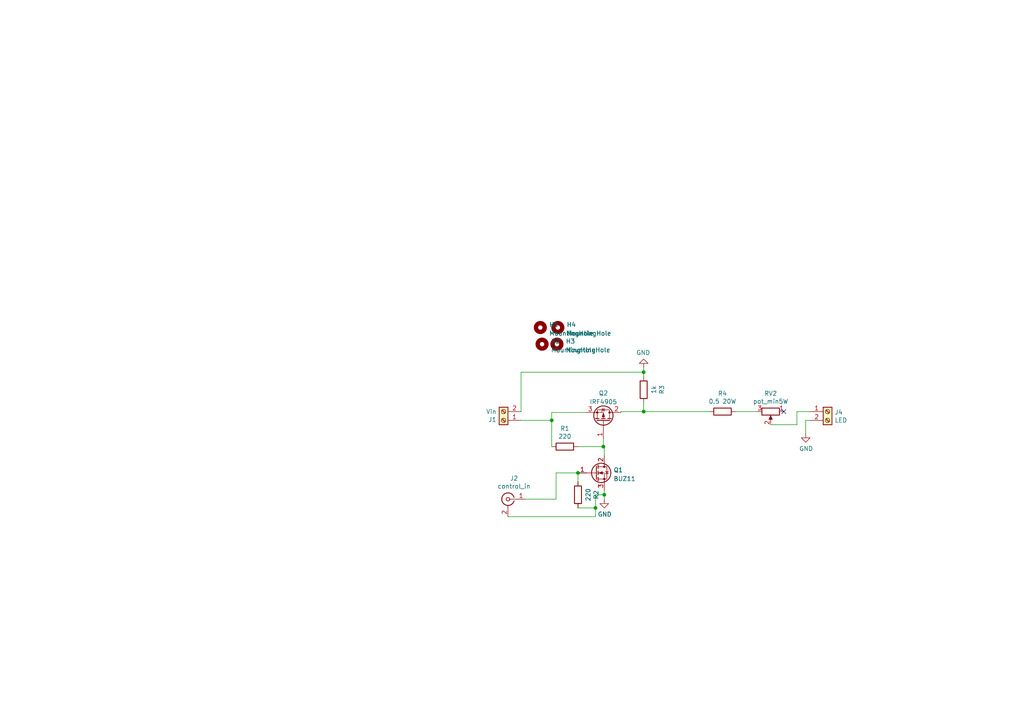
<source format=kicad_sch>
(kicad_sch (version 20211123) (generator eeschema)
  (paper "A4")
  (lib_symbols
    (symbol "Connector:Conn_Coaxial" (pin_names (offset 1.016) hide)
      (property "Reference" "J" (at 0.254 3.048 0))
      (property "Value" "Conn_Coaxial" (at 2.921 0 90))
      (symbol "Conn_Coaxial_0_1"
        (arc (start -1.778 -0.508) (mid 0.2311 -1.8066) (end 1.778 0) (stroke (width 0.254)))
        (polyline (pts (xy -2.54 0) (xy -0.508 0)))
        (polyline (pts (xy 0 -2.54) (xy 0 -1.778)))
        (circle (center 0 0) (radius 0.508) (stroke (width 0.2032)))
        (arc (start 1.778 0) (mid 0.2099 1.8101) (end -1.778 0.508) (stroke (width 0.254)))
      )
      (symbol "Conn_Coaxial_1_1"
        (pin passive line (at -5.08 0 0) (length 2.54) (name "In") (number "1"))
        (pin passive line (at 0 -5.08 90) (length 2.54) (name "Ext") (number "2"))
      )
    )
    (symbol "Connector:Screw_Terminal_01x02" (pin_names (offset 1.016) hide)
      (property "Reference" "J" (at 0 2.54 0))
      (property "Value" "Screw_Terminal_01x02" (at 0 -5.08 0))
      (symbol "Screw_Terminal_01x02_1_1"
        (rectangle (start -1.27 1.27) (end 1.27 -3.81) (stroke (width 0.254)) (fill (type background)))
        (circle (center 0 -2.54) (radius 0.635) (stroke (width 0.1524)))
        (polyline (pts (xy -0.5334 -2.2098) (xy 0.3302 -3.048)) (stroke (width 0.1524)))
        (polyline (pts (xy -0.5334 0.3302) (xy 0.3302 -0.508)) (stroke (width 0.1524)))
        (polyline (pts (xy -0.3556 -2.032) (xy 0.508 -2.8702)) (stroke (width 0.1524)))
        (polyline (pts (xy -0.3556 0.508) (xy 0.508 -0.3302)) (stroke (width 0.1524)))
        (circle (center 0 0) (radius 0.635) (stroke (width 0.1524)))
        (pin passive line (at -5.08 0 0) (length 3.81) (name "Pin_1") (number "1"))
        (pin passive line (at -5.08 -2.54 0) (length 3.81) (name "Pin_2") (number "2"))
      )
    )
    (symbol "Device:R" (pin_numbers hide) (pin_names (offset 0))
      (property "Reference" "R" (at 2.032 0 90))
      (property "Value" "R" (at 0 0 90))
      (symbol "R_0_1"
        (rectangle (start -1.016 -2.54) (end 1.016 2.54) (stroke (width 0.254)))
      )
      (symbol "R_1_1"
        (pin passive line (at 0 3.81 270) (length 1.27) (name "~") (number "1"))
        (pin passive line (at 0 -3.81 90) (length 1.27) (name "~") (number "2"))
      )
    )
    (symbol "Mechanical:MountingHole" (pin_names (offset 1.016))
      (property "Reference" "H" (at 0 5.08 0))
      (property "Value" "MountingHole" (at 0 3.175 0))
      (symbol "MountingHole_0_1"
        (circle (center 0 0) (radius 1.27) (stroke (width 1.27)))
      )
    )
    (symbol "Transistor_FET:BUZ11" (pin_names hide)
      (property "Reference" "Q" (at 6.35 1.905 0))
      (property "Value" "BUZ11" (at 6.35 0 0))
      (symbol "BUZ11_0_1"
        (polyline (pts (xy 0.254 0) (xy -2.54 0)))
        (polyline (pts (xy 0.254 1.905) (xy 0.254 -1.905)) (stroke (width 0.254)))
        (polyline (pts (xy 0.762 -1.27) (xy 0.762 -2.286)) (stroke (width 0.254)))
        (polyline (pts (xy 0.762 0.508) (xy 0.762 -0.508)) (stroke (width 0.254)))
        (polyline (pts (xy 0.762 2.286) (xy 0.762 1.27)) (stroke (width 0.254)))
        (polyline (pts (xy 2.54 2.54) (xy 2.54 1.778)))
        (polyline (pts (xy 2.54 -2.54) (xy 2.54 0) (xy 0.762 0)))
        (polyline (pts (xy 0.762 -1.778) (xy 3.302 -1.778) (xy 3.302 1.778) (xy 0.762 1.778)))
        (polyline (pts (xy 1.016 0) (xy 2.032 0.381) (xy 2.032 -0.381) (xy 1.016 0)) (fill (type outline)))
        (polyline (pts (xy 2.794 0.508) (xy 2.921 0.381) (xy 3.683 0.381) (xy 3.81 0.254)))
        (polyline (pts (xy 3.302 0.381) (xy 2.921 -0.254) (xy 3.683 -0.254) (xy 3.302 0.381)))
        (circle (center 1.651 0) (radius 2.794) (stroke (width 0.254)))
        (circle (center 2.54 -1.778) (radius 0.254) (fill (type outline)))
        (circle (center 2.54 1.778) (radius 0.254) (fill (type outline)))
      )
      (symbol "BUZ11_1_1"
        (pin input line (at -5.08 0 0) (length 2.54) (name "G") (number "1"))
        (pin passive line (at 2.54 5.08 270) (length 2.54) (name "D") (number "2"))
        (pin passive line (at 2.54 -5.08 90) (length 2.54) (name "S") (number "3"))
      )
    )
    (symbol "Transistor_FET:IRF4905" (pin_names hide)
      (property "Reference" "Q" (at 5.08 1.905 0))
      (property "Value" "IRF4905" (at 5.08 0 0))
      (symbol "IRF4905_0_1"
        (polyline (pts (xy 0.254 0) (xy -2.54 0)))
        (polyline (pts (xy 0.254 1.905) (xy 0.254 -1.905)) (stroke (width 0.254)))
        (polyline (pts (xy 0.762 -1.27) (xy 0.762 -2.286)) (stroke (width 0.254)))
        (polyline (pts (xy 0.762 0.508) (xy 0.762 -0.508)) (stroke (width 0.254)))
        (polyline (pts (xy 0.762 2.286) (xy 0.762 1.27)) (stroke (width 0.254)))
        (polyline (pts (xy 2.54 2.54) (xy 2.54 1.778)))
        (polyline (pts (xy 2.54 -2.54) (xy 2.54 0) (xy 0.762 0)))
        (polyline (pts (xy 0.762 1.778) (xy 3.302 1.778) (xy 3.302 -1.778) (xy 0.762 -1.778)))
        (polyline (pts (xy 2.286 0) (xy 1.27 0.381) (xy 1.27 -0.381) (xy 2.286 0)) (fill (type outline)))
        (polyline (pts (xy 2.794 -0.508) (xy 2.921 -0.381) (xy 3.683 -0.381) (xy 3.81 -0.254)))
        (polyline (pts (xy 3.302 -0.381) (xy 2.921 0.254) (xy 3.683 0.254) (xy 3.302 -0.381)))
        (circle (center 1.651 0) (radius 2.794) (stroke (width 0.254)))
        (circle (center 2.54 -1.778) (radius 0.254) (fill (type outline)))
        (circle (center 2.54 1.778) (radius 0.254) (fill (type outline)))
      )
      (symbol "IRF4905_1_1"
        (pin input line (at -5.08 0 0) (length 2.54) (name "G") (number "1"))
        (pin passive line (at 2.54 5.08 270) (length 2.54) (name "D") (number "2"))
        (pin passive line (at 2.54 -5.08 90) (length 2.54) (name "S") (number "3"))
      )
    )
    (symbol "led_driver-rescue:R_POT-Device" (pin_names (offset 1.016) hide)
      (property "Reference" "RV" (at -4.445 0 90))
      (property "Value" "R_POT-Device" (at -2.54 0 90))
      (symbol "R_POT-Device_0_1"
        (polyline (pts (xy 2.54 0) (xy 1.524 0)))
        (polyline (pts (xy 1.143 0) (xy 2.286 0.508) (xy 2.286 -0.508) (xy 1.143 0)) (fill (type outline)))
        (rectangle (start 1.016 2.54) (end -1.016 -2.54) (stroke (width 0.254)))
      )
      (symbol "R_POT-Device_1_1"
        (pin passive line (at 0 3.81 270) (length 1.27) (name "1") (number "1"))
        (pin passive line (at 3.81 0 180) (length 1.27) (name "2") (number "2"))
        (pin passive line (at 0 -3.81 90) (length 1.27) (name "3") (number "3"))
      )
    )
    (symbol "power:GND" (power) (pin_names (offset 0))
      (property "Value" "GND" (at 0 -3.81 0))
      (symbol "GND_0_1"
        (polyline (pts (xy 0 0) (xy 0 -1.27) (xy 1.27 -1.27) (xy 0 -2.54) (xy -1.27 -1.27) (xy 0 -1.27)))
      )
      (symbol "GND_1_1"
        (pin power_in line (at 0 0 270) (length 0) hide (name "GND") (number "1"))
      )
    )
  )
  (junction (at 167.64 137.16))
  (junction (at 160.02 121.92))
  (junction (at 175.006 129.54))
  (junction (at 186.69 107.95))
  (junction (at 186.69 119.38))
  (junction (at 172.72 147.32))
  (junction (at 175.26 143.51))
  (no_connect (at 227.33 119.38))
  (wire (pts (xy 169.926 119.634) (xy 160.02 119.634)))
  (wire (pts (xy 186.69 119.38) (xy 180.086 119.38)))
  (wire (pts (xy 161.29 144.78) (xy 161.29 137.16)))
  (wire (pts (xy 167.64 147.32) (xy 172.72 147.32)))
  (wire (pts (xy 160.02 119.634) (xy 160.02 121.92)))
  (wire (pts (xy 151.13 121.92) (xy 160.02 121.92)))
  (wire (pts (xy 233.68 125.73) (xy 233.68 121.92)))
  (wire (pts (xy 151.13 107.95) (xy 151.13 119.38)))
  (wire (pts (xy 167.64 139.7) (xy 167.64 137.16)))
  (wire (pts (xy 172.72 149.86) (xy 172.72 147.32)))
  (wire (pts (xy 175.006 127.254) (xy 175.006 129.54)))
  (wire (pts (xy 180.086 119.38) (xy 180.086 119.634)))
  (wire (pts (xy 172.72 143.51) (xy 175.26 143.51)))
  (wire (pts (xy 186.69 119.38) (xy 205.74 119.38)))
  (wire (pts (xy 231.14 119.38) (xy 234.95 119.38)))
  (wire (pts (xy 231.14 123.19) (xy 231.14 119.38)))
  (wire (pts (xy 167.64 129.54) (xy 175.006 129.54)))
  (wire (pts (xy 233.68 121.92) (xy 234.95 121.92)))
  (wire (pts (xy 152.4 144.78) (xy 161.29 144.78)))
  (wire (pts (xy 160.02 129.54) (xy 160.02 121.92)))
  (wire (pts (xy 147.32 149.86) (xy 172.72 149.86)))
  (wire (pts (xy 175.006 129.54) (xy 175.26 129.54)))
  (wire (pts (xy 186.69 107.95) (xy 186.69 109.22)))
  (wire (pts (xy 175.26 143.51) (xy 175.26 144.78)))
  (wire (pts (xy 186.69 116.84) (xy 186.69 119.38)))
  (wire (pts (xy 223.52 123.19) (xy 231.14 123.19)))
  (wire (pts (xy 175.26 132.08) (xy 175.26 129.54)))
  (wire (pts (xy 213.36 119.38) (xy 219.71 119.38)))
  (wire (pts (xy 172.72 147.32) (xy 172.72 143.51)))
  (wire (pts (xy 175.26 142.24) (xy 175.26 143.51)))
  (wire (pts (xy 186.69 106.68) (xy 186.69 107.95)))
  (wire (pts (xy 151.13 107.95) (xy 186.69 107.95)))
  (wire (pts (xy 161.29 137.16) (xy 167.64 137.16)))
  (symbol (lib_id "Device:R") (at 209.55 119.38 270) (unit 1)
    (property "Reference" "R4" (at 209.55 114.1222 90))
    (property "Value" "0.5 20W" (at 209.55 116.4336 90))
    (property "Footprint" "Resistor_THT:R_Axial_DIN0207_L6.3mm_D2.5mm_P10.16mm_Horizontal" (effects hide))
  )
  (symbol (lib_id "led_driver-rescue:R_POT-Device") (at 223.52 119.38 270) (unit 1)
    (property "Reference" "RV2" (at 223.52 114.1222 90))
    (property "Value" "pot_min5W" (at 223.52 116.4336 90))
    (property "Footprint" "Potentiometer_THT:Potentiometer_ACP_CA14-H5_Horizontal" (effects hide))
  )
  (symbol (lib_id "Connector:Screw_Terminal_01x02") (at 240.03 119.38 0) (unit 1)
    (property "Reference" "J4" (at 242.062 119.5832 0) (effects (justify left)))
    (property "Value" "LED" (at 242.062 121.8946 0) (effects (justify left)))
    (property "Footprint" "TerminalBlock:TerminalBlock_Altech_AK300-2_P5.00mm" (effects hide))
  )
  (symbol (lib_id "Device:R") (at 163.83 129.54 270) (unit 1)
    (property "Reference" "R1" (at 163.83 124.2822 90))
    (property "Value" "220" (at 163.83 126.5936 90))
    (property "Footprint" "Resistor_THT:R_Axial_DIN0207_L6.3mm_D2.5mm_P10.16mm_Horizontal" (effects hide))
  )
  (symbol (lib_id "power:GND") (at 175.26 144.78 0) (unit 1)
    (property "Reference" "#PWR03" (effects hide))
    (property "Value" "GND" (at 175.387 149.1742 0))
  )
  (symbol (lib_id "power:GND") (at 186.69 106.68 180) (unit 1)
    (property "Reference" "#PWR04" (effects hide))
    (property "Value" "GND" (at 186.563 102.2858 0))
  )
  (symbol (lib_id "Device:R") (at 186.69 113.03 180) (unit 1)
    (property "Reference" "R3" (at 191.9478 113.03 90))
    (property "Value" "1k" (at 189.6364 113.03 90))
    (property "Footprint" "Resistor_THT:R_Axial_DIN0207_L6.3mm_D2.5mm_P10.16mm_Horizontal" (effects hide))
  )
  (symbol (lib_id "Device:R") (at 167.64 143.51 180) (unit 1)
    (property "Reference" "R2" (at 172.8978 143.51 90))
    (property "Value" "220" (at 170.5864 143.51 90))
    (property "Footprint" "Resistor_THT:R_Axial_DIN0207_L6.3mm_D2.5mm_P10.16mm_Horizontal" (effects hide))
  )
  (symbol (lib_id "power:GND") (at 233.68 125.73 0) (unit 1)
    (property "Reference" "#PWR05" (effects hide))
    (property "Value" "GND" (at 233.807 130.1242 0))
  )
  (symbol (lib_id "Connector:Conn_Coaxial") (at 147.32 144.78 0) (mirror y) (unit 1)
    (property "Reference" "J2" (at 149.098 138.7348 0))
    (property "Value" "control_in" (at 149.098 141.0462 0))
    (property "Footprint" "Connector_Coaxial_extra:BNC_Amphenol_B6252HB-NPP3G-50_Horizontal" (effects hide))
    (property "Datasheet" " ~" (effects hide))
  )
  (symbol (lib_id "Connector:Screw_Terminal_01x02") (at 146.05 121.92 180) (unit 1)
    (property "Reference" "J1" (at 144.018 121.7168 0) (effects (justify left)))
    (property "Value" "Vin" (at 144.018 119.4054 0) (effects (justify left)))
    (property "Footprint" "TerminalBlock:TerminalBlock_Altech_AK300-2_P5.00mm" (effects hide))
  )
  (symbol (lib_id "Transistor_FET:IRF4905") (at 175.006 122.174 270) (mirror x) (unit 1)
    (property "Reference" "Q2" (at 175.006 114.0292 90))
    (property "Value" "IRF4905" (at 175.006 116.5661 90))
    (property "Footprint" "Package_TO_SOT_THT:TO-220-3_Vertical" (effects hide))
    (property "Datasheet" "http://www.infineon.com/dgdl/irf4905.pdf?fileId=5546d462533600a4015355e32165197c" (effects hide))
  )
  (symbol (lib_id "Mechanical:MountingHole") (at 157.226 99.822 0) (unit 1)
    (property "Reference" "H2" (at 159.766 98.9873 0) (effects (justify left)))
    (property "Value" "MountingHole" (at 159.766 101.5242 0) (effects (justify left)))
    (property "Footprint" "MountingHole:MountingHole_3.2mm_M3_DIN965" (effects hide))
  )
  (symbol (lib_id "Mechanical:MountingHole") (at 161.798 94.996 0) (unit 1)
    (property "Reference" "H4" (at 164.338 94.1613 0) (effects (justify left)))
    (property "Value" "MountingHole" (at 164.338 96.6982 0) (effects (justify left)))
    (property "Footprint" "MountingHole:MountingHole_3.2mm_M3_DIN965" (effects hide))
  )
  (symbol (lib_id "Mechanical:MountingHole") (at 156.718 94.996 0) (unit 1)
    (property "Reference" "H1" (at 159.258 94.1613 0) (effects (justify left)))
    (property "Value" "MountingHole" (at 159.258 96.6982 0) (effects (justify left)))
    (property "Footprint" "MountingHole:MountingHole_3.2mm_M3_DIN965" (effects hide))
  )
  (symbol (lib_id "Transistor_FET:BUZ11") (at 172.72 137.16 0) (unit 1)
    (property "Reference" "Q1" (at 177.927 136.3253 0) (effects (justify left)))
    (property "Value" "BUZ11" (at 177.927 138.8622 0) (effects (justify left)))
    (property "Footprint" "Package_TO_SOT_THT:TO-220-3_Vertical" (effects hide))
    (property "Datasheet" "https://media.digikey.com/pdf/Data%20Sheets/Fairchild%20PDFs/BUZ11.pdf" (effects hide))
  )
  (symbol (lib_id "Mechanical:MountingHole") (at 161.544 99.822 0) (unit 1)
    (property "Reference" "H3" (at 164.084 98.9873 0) (effects (justify left)))
    (property "Value" "MountingHole" (at 164.084 101.5242 0) (effects (justify left)))
    (property "Footprint" "MountingHole:MountingHole_3.2mm_M3_DIN965" (effects hide))
  )
)
</source>
